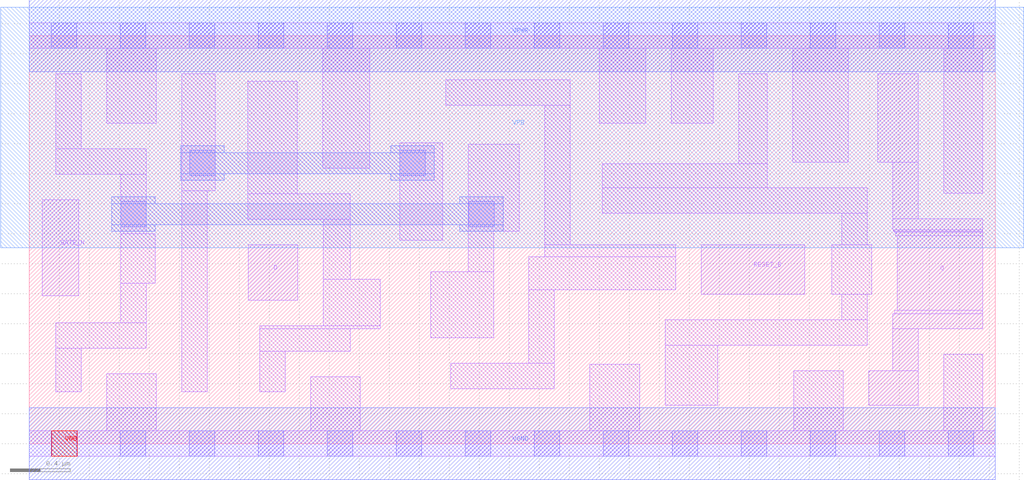
<source format=lef>
# Copyright 2020 The SkyWater PDK Authors
#
# Licensed under the Apache License, Version 2.0 (the "License");
# you may not use this file except in compliance with the License.
# You may obtain a copy of the License at
#
#     https://www.apache.org/licenses/LICENSE-2.0
#
# Unless required by applicable law or agreed to in writing, software
# distributed under the License is distributed on an "AS IS" BASIS,
# WITHOUT WARRANTIES OR CONDITIONS OF ANY KIND, either express or implied.
# See the License for the specific language governing permissions and
# limitations under the License.
#
# SPDX-License-Identifier: Apache-2.0

VERSION 5.7 ;
  NOWIREEXTENSIONATPIN ON ;
  DIVIDERCHAR "/" ;
  BUSBITCHARS "[]" ;
MACRO sky130_fd_sc_hd__dlrtn_2
  CLASS CORE ;
  FOREIGN sky130_fd_sc_hd__dlrtn_2 ;
  ORIGIN  0.000000  0.000000 ;
  SIZE  6.440000 BY  2.720000 ;
  SYMMETRY X Y R90 ;
  SITE unithd ;
  PIN D
    ANTENNAGATEAREA  0.159000 ;
    DIRECTION INPUT ;
    USE SIGNAL ;
    PORT
      LAYER li1 ;
        RECT 1.460000 0.955000 1.790000 1.325000 ;
    END
  END D
  PIN Q
    ANTENNADIFFAREA  0.480500 ;
    DIRECTION OUTPUT ;
    USE SIGNAL ;
    PORT
      LAYER li1 ;
        RECT 5.595000 0.255000 5.925000 0.485000 ;
        RECT 5.655000 1.875000 5.925000 2.465000 ;
        RECT 5.755000 0.485000 5.925000 0.765000 ;
        RECT 5.755000 0.765000 6.355000 0.865000 ;
        RECT 5.755000 1.425000 6.355000 1.500000 ;
        RECT 5.755000 1.500000 5.925000 1.875000 ;
        RECT 5.760000 1.415000 6.355000 1.425000 ;
        RECT 5.765000 1.410000 6.355000 1.415000 ;
        RECT 5.770000 0.865000 6.355000 0.890000 ;
        RECT 5.775000 1.385000 6.355000 1.410000 ;
        RECT 5.785000 0.890000 6.355000 1.385000 ;
    END
  END Q
  PIN RESET_B
    ANTENNAGATEAREA  0.247500 ;
    DIRECTION INPUT ;
    USE SIGNAL ;
    PORT
      LAYER li1 ;
        RECT 4.480000 0.995000 5.170000 1.325000 ;
    END
  END RESET_B
  PIN VNB
    PORT
      LAYER pwell ;
        RECT 0.150000 -0.085000 0.320000 0.085000 ;
    END
  END VNB
  PIN VPB
    PORT
      LAYER nwell ;
        RECT -0.190000 1.305000 6.630000 2.910000 ;
    END
  END VPB
  PIN GATE_N
    ANTENNAGATEAREA  0.159000 ;
    DIRECTION INPUT ;
    USE CLOCK ;
    PORT
      LAYER li1 ;
        RECT 0.085000 0.985000 0.330000 1.625000 ;
    END
  END GATE_N
  PIN VGND
    DIRECTION INOUT ;
    SHAPE ABUTMENT ;
    USE GROUND ;
    PORT
      LAYER met1 ;
        RECT 0.000000 -0.240000 6.440000 0.240000 ;
    END
  END VGND
  PIN VPWR
    DIRECTION INOUT ;
    SHAPE ABUTMENT ;
    USE POWER ;
    PORT
      LAYER met1 ;
        RECT 0.000000 2.480000 6.440000 2.960000 ;
    END
  END VPWR
  OBS
    LAYER li1 ;
      RECT 0.000000 -0.085000 6.440000 0.085000 ;
      RECT 0.000000  2.635000 6.440000 2.805000 ;
      RECT 0.175000  0.345000 0.345000 0.635000 ;
      RECT 0.175000  0.635000 0.780000 0.805000 ;
      RECT 0.175000  1.795000 0.780000 1.965000 ;
      RECT 0.175000  1.965000 0.345000 2.465000 ;
      RECT 0.515000  0.085000 0.845000 0.465000 ;
      RECT 0.515000  2.135000 0.845000 2.635000 ;
      RECT 0.610000  0.805000 0.780000 1.070000 ;
      RECT 0.610000  1.070000 0.840000 1.400000 ;
      RECT 0.610000  1.400000 0.780000 1.795000 ;
      RECT 1.015000  0.345000 1.185000 1.685000 ;
      RECT 1.015000  1.685000 1.240000 2.465000 ;
      RECT 1.455000  1.495000 2.140000 1.665000 ;
      RECT 1.455000  1.665000 1.785000 2.415000 ;
      RECT 1.535000  0.345000 1.705000 0.615000 ;
      RECT 1.535000  0.615000 2.140000 0.765000 ;
      RECT 1.535000  0.765000 2.340000 0.785000 ;
      RECT 1.875000  0.085000 2.205000 0.445000 ;
      RECT 1.955000  1.835000 2.270000 2.635000 ;
      RECT 1.960000  0.785000 2.340000 1.095000 ;
      RECT 1.960000  1.095000 2.140000 1.495000 ;
      RECT 2.470000  1.355000 2.755000 2.005000 ;
      RECT 2.675000  0.705000 3.095000 1.145000 ;
      RECT 2.775000  2.255000 3.605000 2.425000 ;
      RECT 2.810000  0.365000 3.500000 0.535000 ;
      RECT 2.925000  1.145000 3.095000 1.415000 ;
      RECT 2.925000  1.415000 3.265000 1.995000 ;
      RECT 3.330000  0.535000 3.500000 1.025000 ;
      RECT 3.330000  1.025000 4.310000 1.245000 ;
      RECT 3.435000  1.245000 4.310000 1.325000 ;
      RECT 3.435000  1.325000 3.605000 2.255000 ;
      RECT 3.735000  0.085000 4.070000 0.530000 ;
      RECT 3.800000  2.135000 4.110000 2.635000 ;
      RECT 3.820000  1.535000 5.585000 1.705000 ;
      RECT 3.820000  1.705000 4.920000 1.865000 ;
      RECT 4.240000  0.255000 4.590000 0.655000 ;
      RECT 4.240000  0.655000 5.585000 0.825000 ;
      RECT 4.280000  2.135000 4.560000 2.635000 ;
      RECT 4.730000  1.865000 4.920000 2.465000 ;
      RECT 5.090000  1.875000 5.460000 2.635000 ;
      RECT 5.095000  0.085000 5.425000 0.485000 ;
      RECT 5.350000  0.995000 5.615000 1.325000 ;
      RECT 5.415000  0.825000 5.585000 0.995000 ;
      RECT 5.415000  1.325000 5.585000 1.535000 ;
      RECT 6.095000  0.085000 6.355000 0.595000 ;
      RECT 6.095000  1.670000 6.355000 2.635000 ;
    LAYER mcon ;
      RECT 0.145000 -0.085000 0.315000 0.085000 ;
      RECT 0.145000  2.635000 0.315000 2.805000 ;
      RECT 0.605000 -0.085000 0.775000 0.085000 ;
      RECT 0.605000  2.635000 0.775000 2.805000 ;
      RECT 0.610000  1.445000 0.780000 1.615000 ;
      RECT 1.065000 -0.085000 1.235000 0.085000 ;
      RECT 1.065000  2.635000 1.235000 2.805000 ;
      RECT 1.070000  1.785000 1.240000 1.955000 ;
      RECT 1.525000 -0.085000 1.695000 0.085000 ;
      RECT 1.525000  2.635000 1.695000 2.805000 ;
      RECT 1.985000 -0.085000 2.155000 0.085000 ;
      RECT 1.985000  2.635000 2.155000 2.805000 ;
      RECT 2.445000 -0.085000 2.615000 0.085000 ;
      RECT 2.445000  2.635000 2.615000 2.805000 ;
      RECT 2.470000  1.785000 2.640000 1.955000 ;
      RECT 2.905000 -0.085000 3.075000 0.085000 ;
      RECT 2.905000  2.635000 3.075000 2.805000 ;
      RECT 2.930000  1.445000 3.100000 1.615000 ;
      RECT 3.365000 -0.085000 3.535000 0.085000 ;
      RECT 3.365000  2.635000 3.535000 2.805000 ;
      RECT 3.825000 -0.085000 3.995000 0.085000 ;
      RECT 3.825000  2.635000 3.995000 2.805000 ;
      RECT 4.285000 -0.085000 4.455000 0.085000 ;
      RECT 4.285000  2.635000 4.455000 2.805000 ;
      RECT 4.745000 -0.085000 4.915000 0.085000 ;
      RECT 4.745000  2.635000 4.915000 2.805000 ;
      RECT 5.205000 -0.085000 5.375000 0.085000 ;
      RECT 5.205000  2.635000 5.375000 2.805000 ;
      RECT 5.665000 -0.085000 5.835000 0.085000 ;
      RECT 5.665000  2.635000 5.835000 2.805000 ;
      RECT 6.125000 -0.085000 6.295000 0.085000 ;
      RECT 6.125000  2.635000 6.295000 2.805000 ;
    LAYER met1 ;
      RECT 0.550000 1.415000 0.840000 1.460000 ;
      RECT 0.550000 1.460000 3.160000 1.600000 ;
      RECT 0.550000 1.600000 0.840000 1.645000 ;
      RECT 1.010000 1.755000 1.300000 1.800000 ;
      RECT 1.010000 1.800000 2.700000 1.940000 ;
      RECT 1.010000 1.940000 1.300000 1.985000 ;
      RECT 2.410000 1.755000 2.700000 1.800000 ;
      RECT 2.410000 1.940000 2.700000 1.985000 ;
      RECT 2.870000 1.415000 3.160000 1.460000 ;
      RECT 2.870000 1.600000 3.160000 1.645000 ;
  END
END sky130_fd_sc_hd__dlrtn_2
END LIBRARY

</source>
